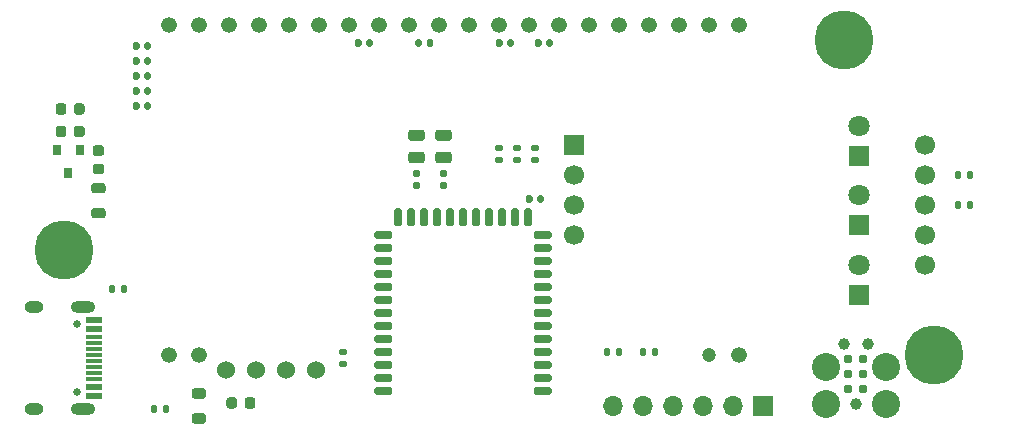
<source format=gts>
G04 #@! TF.GenerationSoftware,KiCad,Pcbnew,(5.1.10)-1*
G04 #@! TF.CreationDate,2021-10-09T13:26:38+02:00*
G04 #@! TF.ProjectId,AirQualitySensor,41697251-7561-46c6-9974-7953656e736f,rev?*
G04 #@! TF.SameCoordinates,Original*
G04 #@! TF.FileFunction,Soldermask,Top*
G04 #@! TF.FilePolarity,Negative*
%FSLAX46Y46*%
G04 Gerber Fmt 4.6, Leading zero omitted, Abs format (unit mm)*
G04 Created by KiCad (PCBNEW (5.1.10)-1) date 2021-10-09 13:26:38*
%MOMM*%
%LPD*%
G01*
G04 APERTURE LIST*
%ADD10C,5.000000*%
%ADD11C,1.800000*%
%ADD12R,1.800000X1.800000*%
%ADD13O,1.700000X1.700000*%
%ADD14R,1.700000X1.700000*%
%ADD15C,0.787000*%
%ADD16C,0.991000*%
%ADD17C,2.374900*%
%ADD18R,0.800000X0.900000*%
%ADD19R,1.450000X0.600000*%
%ADD20R,1.450000X0.300000*%
%ADD21O,2.100000X1.000000*%
%ADD22C,0.650000*%
%ADD23O,1.600000X1.000000*%
%ADD24C,1.524000*%
%ADD25C,1.700000*%
%ADD26C,1.337000*%
%ADD27C,1.200000*%
G04 APERTURE END LIST*
G36*
G01*
X113029750Y-103139500D02*
X113792250Y-103139500D01*
G75*
G02*
X114011000Y-103358250I0J-218750D01*
G01*
X114011000Y-103795750D01*
G75*
G02*
X113792250Y-104014500I-218750J0D01*
G01*
X113029750Y-104014500D01*
G75*
G02*
X112811000Y-103795750I0J218750D01*
G01*
X112811000Y-103358250D01*
G75*
G02*
X113029750Y-103139500I218750J0D01*
G01*
G37*
G36*
G01*
X113029750Y-101014500D02*
X113792250Y-101014500D01*
G75*
G02*
X114011000Y-101233250I0J-218750D01*
G01*
X114011000Y-101670750D01*
G75*
G02*
X113792250Y-101889500I-218750J0D01*
G01*
X113029750Y-101889500D01*
G75*
G02*
X112811000Y-101670750I0J218750D01*
G01*
X112811000Y-101233250D01*
G75*
G02*
X113029750Y-101014500I218750J0D01*
G01*
G37*
G36*
G01*
X121538750Y-120513000D02*
X122301250Y-120513000D01*
G75*
G02*
X122520000Y-120731750I0J-218750D01*
G01*
X122520000Y-121169250D01*
G75*
G02*
X122301250Y-121388000I-218750J0D01*
G01*
X121538750Y-121388000D01*
G75*
G02*
X121320000Y-121169250I0J218750D01*
G01*
X121320000Y-120731750D01*
G75*
G02*
X121538750Y-120513000I218750J0D01*
G01*
G37*
G36*
G01*
X121538750Y-118388000D02*
X122301250Y-118388000D01*
G75*
G02*
X122520000Y-118606750I0J-218750D01*
G01*
X122520000Y-119044250D01*
G75*
G02*
X122301250Y-119263000I-218750J0D01*
G01*
X121538750Y-119263000D01*
G75*
G02*
X121320000Y-119044250I0J218750D01*
G01*
X121320000Y-118606750D01*
G75*
G02*
X121538750Y-118388000I218750J0D01*
G01*
G37*
G36*
G01*
X142436000Y-100949000D02*
X142806000Y-100949000D01*
G75*
G02*
X142941000Y-101084000I0J-135000D01*
G01*
X142941000Y-101354000D01*
G75*
G02*
X142806000Y-101489000I-135000J0D01*
G01*
X142436000Y-101489000D01*
G75*
G02*
X142301000Y-101354000I0J135000D01*
G01*
X142301000Y-101084000D01*
G75*
G02*
X142436000Y-100949000I135000J0D01*
G01*
G37*
G36*
G01*
X142436000Y-99929000D02*
X142806000Y-99929000D01*
G75*
G02*
X142941000Y-100064000I0J-135000D01*
G01*
X142941000Y-100334000D01*
G75*
G02*
X142806000Y-100469000I-135000J0D01*
G01*
X142436000Y-100469000D01*
G75*
G02*
X142301000Y-100334000I0J135000D01*
G01*
X142301000Y-100064000D01*
G75*
G02*
X142436000Y-99929000I135000J0D01*
G01*
G37*
G36*
G01*
X140150000Y-100949000D02*
X140520000Y-100949000D01*
G75*
G02*
X140655000Y-101084000I0J-135000D01*
G01*
X140655000Y-101354000D01*
G75*
G02*
X140520000Y-101489000I-135000J0D01*
G01*
X140150000Y-101489000D01*
G75*
G02*
X140015000Y-101354000I0J135000D01*
G01*
X140015000Y-101084000D01*
G75*
G02*
X140150000Y-100949000I135000J0D01*
G01*
G37*
G36*
G01*
X140150000Y-99929000D02*
X140520000Y-99929000D01*
G75*
G02*
X140655000Y-100064000I0J-135000D01*
G01*
X140655000Y-100334000D01*
G75*
G02*
X140520000Y-100469000I-135000J0D01*
G01*
X140150000Y-100469000D01*
G75*
G02*
X140015000Y-100334000I0J135000D01*
G01*
X140015000Y-100064000D01*
G75*
G02*
X140150000Y-99929000I135000J0D01*
G01*
G37*
G36*
G01*
X142164750Y-98367000D02*
X143077250Y-98367000D01*
G75*
G02*
X143321000Y-98610750I0J-243750D01*
G01*
X143321000Y-99098250D01*
G75*
G02*
X143077250Y-99342000I-243750J0D01*
G01*
X142164750Y-99342000D01*
G75*
G02*
X141921000Y-99098250I0J243750D01*
G01*
X141921000Y-98610750D01*
G75*
G02*
X142164750Y-98367000I243750J0D01*
G01*
G37*
G36*
G01*
X142164750Y-96492000D02*
X143077250Y-96492000D01*
G75*
G02*
X143321000Y-96735750I0J-243750D01*
G01*
X143321000Y-97223250D01*
G75*
G02*
X143077250Y-97467000I-243750J0D01*
G01*
X142164750Y-97467000D01*
G75*
G02*
X141921000Y-97223250I0J243750D01*
G01*
X141921000Y-96735750D01*
G75*
G02*
X142164750Y-96492000I243750J0D01*
G01*
G37*
G36*
G01*
X139878750Y-98367000D02*
X140791250Y-98367000D01*
G75*
G02*
X141035000Y-98610750I0J-243750D01*
G01*
X141035000Y-99098250D01*
G75*
G02*
X140791250Y-99342000I-243750J0D01*
G01*
X139878750Y-99342000D01*
G75*
G02*
X139635000Y-99098250I0J243750D01*
G01*
X139635000Y-98610750D01*
G75*
G02*
X139878750Y-98367000I243750J0D01*
G01*
G37*
G36*
G01*
X139878750Y-96492000D02*
X140791250Y-96492000D01*
G75*
G02*
X141035000Y-96735750I0J-243750D01*
G01*
X141035000Y-97223250D01*
G75*
G02*
X140791250Y-97467000I-243750J0D01*
G01*
X139878750Y-97467000D01*
G75*
G02*
X139635000Y-97223250I0J243750D01*
G01*
X139635000Y-96735750D01*
G75*
G02*
X139878750Y-96492000I243750J0D01*
G01*
G37*
G36*
G01*
X157212000Y-115501000D02*
X157212000Y-115131000D01*
G75*
G02*
X157347000Y-114996000I135000J0D01*
G01*
X157617000Y-114996000D01*
G75*
G02*
X157752000Y-115131000I0J-135000D01*
G01*
X157752000Y-115501000D01*
G75*
G02*
X157617000Y-115636000I-135000J0D01*
G01*
X157347000Y-115636000D01*
G75*
G02*
X157212000Y-115501000I0J135000D01*
G01*
G37*
G36*
G01*
X156192000Y-115501000D02*
X156192000Y-115131000D01*
G75*
G02*
X156327000Y-114996000I135000J0D01*
G01*
X156597000Y-114996000D01*
G75*
G02*
X156732000Y-115131000I0J-135000D01*
G01*
X156732000Y-115501000D01*
G75*
G02*
X156597000Y-115636000I-135000J0D01*
G01*
X156327000Y-115636000D01*
G75*
G02*
X156192000Y-115501000I0J135000D01*
G01*
G37*
G36*
G01*
X160262000Y-115501000D02*
X160262000Y-115131000D01*
G75*
G02*
X160397000Y-114996000I135000J0D01*
G01*
X160667000Y-114996000D01*
G75*
G02*
X160802000Y-115131000I0J-135000D01*
G01*
X160802000Y-115501000D01*
G75*
G02*
X160667000Y-115636000I-135000J0D01*
G01*
X160397000Y-115636000D01*
G75*
G02*
X160262000Y-115501000I0J135000D01*
G01*
G37*
G36*
G01*
X159242000Y-115501000D02*
X159242000Y-115131000D01*
G75*
G02*
X159377000Y-114996000I135000J0D01*
G01*
X159647000Y-114996000D01*
G75*
G02*
X159782000Y-115131000I0J-135000D01*
G01*
X159782000Y-115501000D01*
G75*
G02*
X159647000Y-115636000I-135000J0D01*
G01*
X159377000Y-115636000D01*
G75*
G02*
X159242000Y-115501000I0J135000D01*
G01*
G37*
D10*
X184150000Y-115570000D03*
X176530000Y-88900000D03*
X110490000Y-106680000D03*
G36*
G01*
X147135000Y-98792000D02*
X147505000Y-98792000D01*
G75*
G02*
X147640000Y-98927000I0J-135000D01*
G01*
X147640000Y-99197000D01*
G75*
G02*
X147505000Y-99332000I-135000J0D01*
G01*
X147135000Y-99332000D01*
G75*
G02*
X147000000Y-99197000I0J135000D01*
G01*
X147000000Y-98927000D01*
G75*
G02*
X147135000Y-98792000I135000J0D01*
G01*
G37*
G36*
G01*
X147135000Y-97772000D02*
X147505000Y-97772000D01*
G75*
G02*
X147640000Y-97907000I0J-135000D01*
G01*
X147640000Y-98177000D01*
G75*
G02*
X147505000Y-98312000I-135000J0D01*
G01*
X147135000Y-98312000D01*
G75*
G02*
X147000000Y-98177000I0J135000D01*
G01*
X147000000Y-97907000D01*
G75*
G02*
X147135000Y-97772000I135000J0D01*
G01*
G37*
G36*
G01*
X148659000Y-98792000D02*
X149029000Y-98792000D01*
G75*
G02*
X149164000Y-98927000I0J-135000D01*
G01*
X149164000Y-99197000D01*
G75*
G02*
X149029000Y-99332000I-135000J0D01*
G01*
X148659000Y-99332000D01*
G75*
G02*
X148524000Y-99197000I0J135000D01*
G01*
X148524000Y-98927000D01*
G75*
G02*
X148659000Y-98792000I135000J0D01*
G01*
G37*
G36*
G01*
X148659000Y-97772000D02*
X149029000Y-97772000D01*
G75*
G02*
X149164000Y-97907000I0J-135000D01*
G01*
X149164000Y-98177000D01*
G75*
G02*
X149029000Y-98312000I-135000J0D01*
G01*
X148659000Y-98312000D01*
G75*
G02*
X148524000Y-98177000I0J135000D01*
G01*
X148524000Y-97907000D01*
G75*
G02*
X148659000Y-97772000I135000J0D01*
G01*
G37*
G36*
G01*
X150183000Y-98792000D02*
X150553000Y-98792000D01*
G75*
G02*
X150688000Y-98927000I0J-135000D01*
G01*
X150688000Y-99197000D01*
G75*
G02*
X150553000Y-99332000I-135000J0D01*
G01*
X150183000Y-99332000D01*
G75*
G02*
X150048000Y-99197000I0J135000D01*
G01*
X150048000Y-98927000D01*
G75*
G02*
X150183000Y-98792000I135000J0D01*
G01*
G37*
G36*
G01*
X150183000Y-97772000D02*
X150553000Y-97772000D01*
G75*
G02*
X150688000Y-97907000I0J-135000D01*
G01*
X150688000Y-98177000D01*
G75*
G02*
X150553000Y-98312000I-135000J0D01*
G01*
X150183000Y-98312000D01*
G75*
G02*
X150048000Y-98177000I0J135000D01*
G01*
X150048000Y-97907000D01*
G75*
G02*
X150183000Y-97772000I135000J0D01*
G01*
G37*
D11*
X177800000Y-96150000D03*
D12*
X177800000Y-98690000D03*
D11*
X177800000Y-102050000D03*
D12*
X177800000Y-104590000D03*
D11*
X177800000Y-107950000D03*
D12*
X177800000Y-110490000D03*
G36*
G01*
X150930000Y-88984000D02*
X150930000Y-89324000D01*
G75*
G02*
X150790000Y-89464000I-140000J0D01*
G01*
X150510000Y-89464000D01*
G75*
G02*
X150370000Y-89324000I0J140000D01*
G01*
X150370000Y-88984000D01*
G75*
G02*
X150510000Y-88844000I140000J0D01*
G01*
X150790000Y-88844000D01*
G75*
G02*
X150930000Y-88984000I0J-140000D01*
G01*
G37*
G36*
G01*
X151890000Y-88984000D02*
X151890000Y-89324000D01*
G75*
G02*
X151750000Y-89464000I-140000J0D01*
G01*
X151470000Y-89464000D01*
G75*
G02*
X151330000Y-89324000I0J140000D01*
G01*
X151330000Y-88984000D01*
G75*
G02*
X151470000Y-88844000I140000J0D01*
G01*
X151750000Y-88844000D01*
G75*
G02*
X151890000Y-88984000I0J-140000D01*
G01*
G37*
D13*
X156972000Y-119888000D03*
X159512000Y-119888000D03*
X162052000Y-119888000D03*
X164592000Y-119888000D03*
X167132000Y-119888000D03*
D14*
X169672000Y-119888000D03*
D15*
X178181000Y-118491000D03*
X178181000Y-117221000D03*
X178181000Y-115951000D03*
X176911000Y-115951000D03*
X176911000Y-117221000D03*
X176911000Y-118491000D03*
D16*
X177546000Y-119761000D03*
X176531000Y-114681000D03*
X178561000Y-114681000D03*
D17*
X175006000Y-116586000D03*
X180086000Y-116586000D03*
X180086000Y-119761000D03*
X175006000Y-119761000D03*
G36*
G01*
X116894000Y-89238000D02*
X116894000Y-89578000D01*
G75*
G02*
X116754000Y-89718000I-140000J0D01*
G01*
X116474000Y-89718000D01*
G75*
G02*
X116334000Y-89578000I0J140000D01*
G01*
X116334000Y-89238000D01*
G75*
G02*
X116474000Y-89098000I140000J0D01*
G01*
X116754000Y-89098000D01*
G75*
G02*
X116894000Y-89238000I0J-140000D01*
G01*
G37*
G36*
G01*
X117854000Y-89238000D02*
X117854000Y-89578000D01*
G75*
G02*
X117714000Y-89718000I-140000J0D01*
G01*
X117434000Y-89718000D01*
G75*
G02*
X117294000Y-89578000I0J140000D01*
G01*
X117294000Y-89238000D01*
G75*
G02*
X117434000Y-89098000I140000J0D01*
G01*
X117714000Y-89098000D01*
G75*
G02*
X117854000Y-89238000I0J-140000D01*
G01*
G37*
G36*
G01*
X147628000Y-88984000D02*
X147628000Y-89324000D01*
G75*
G02*
X147488000Y-89464000I-140000J0D01*
G01*
X147208000Y-89464000D01*
G75*
G02*
X147068000Y-89324000I0J140000D01*
G01*
X147068000Y-88984000D01*
G75*
G02*
X147208000Y-88844000I140000J0D01*
G01*
X147488000Y-88844000D01*
G75*
G02*
X147628000Y-88984000I0J-140000D01*
G01*
G37*
G36*
G01*
X148588000Y-88984000D02*
X148588000Y-89324000D01*
G75*
G02*
X148448000Y-89464000I-140000J0D01*
G01*
X148168000Y-89464000D01*
G75*
G02*
X148028000Y-89324000I0J140000D01*
G01*
X148028000Y-88984000D01*
G75*
G02*
X148168000Y-88844000I140000J0D01*
G01*
X148448000Y-88844000D01*
G75*
G02*
X148588000Y-88984000I0J-140000D01*
G01*
G37*
G36*
G01*
X116894000Y-90508000D02*
X116894000Y-90848000D01*
G75*
G02*
X116754000Y-90988000I-140000J0D01*
G01*
X116474000Y-90988000D01*
G75*
G02*
X116334000Y-90848000I0J140000D01*
G01*
X116334000Y-90508000D01*
G75*
G02*
X116474000Y-90368000I140000J0D01*
G01*
X116754000Y-90368000D01*
G75*
G02*
X116894000Y-90508000I0J-140000D01*
G01*
G37*
G36*
G01*
X117854000Y-90508000D02*
X117854000Y-90848000D01*
G75*
G02*
X117714000Y-90988000I-140000J0D01*
G01*
X117434000Y-90988000D01*
G75*
G02*
X117294000Y-90848000I0J140000D01*
G01*
X117294000Y-90508000D01*
G75*
G02*
X117434000Y-90368000I140000J0D01*
G01*
X117714000Y-90368000D01*
G75*
G02*
X117854000Y-90508000I0J-140000D01*
G01*
G37*
G36*
G01*
X116894000Y-91778000D02*
X116894000Y-92118000D01*
G75*
G02*
X116754000Y-92258000I-140000J0D01*
G01*
X116474000Y-92258000D01*
G75*
G02*
X116334000Y-92118000I0J140000D01*
G01*
X116334000Y-91778000D01*
G75*
G02*
X116474000Y-91638000I140000J0D01*
G01*
X116754000Y-91638000D01*
G75*
G02*
X116894000Y-91778000I0J-140000D01*
G01*
G37*
G36*
G01*
X117854000Y-91778000D02*
X117854000Y-92118000D01*
G75*
G02*
X117714000Y-92258000I-140000J0D01*
G01*
X117434000Y-92258000D01*
G75*
G02*
X117294000Y-92118000I0J140000D01*
G01*
X117294000Y-91778000D01*
G75*
G02*
X117434000Y-91638000I140000J0D01*
G01*
X117714000Y-91638000D01*
G75*
G02*
X117854000Y-91778000I0J-140000D01*
G01*
G37*
G36*
G01*
X140798000Y-88984000D02*
X140798000Y-89324000D01*
G75*
G02*
X140658000Y-89464000I-140000J0D01*
G01*
X140378000Y-89464000D01*
G75*
G02*
X140238000Y-89324000I0J140000D01*
G01*
X140238000Y-88984000D01*
G75*
G02*
X140378000Y-88844000I140000J0D01*
G01*
X140658000Y-88844000D01*
G75*
G02*
X140798000Y-88984000I0J-140000D01*
G01*
G37*
G36*
G01*
X141758000Y-88984000D02*
X141758000Y-89324000D01*
G75*
G02*
X141618000Y-89464000I-140000J0D01*
G01*
X141338000Y-89464000D01*
G75*
G02*
X141198000Y-89324000I0J140000D01*
G01*
X141198000Y-88984000D01*
G75*
G02*
X141338000Y-88844000I140000J0D01*
G01*
X141618000Y-88844000D01*
G75*
G02*
X141758000Y-88984000I0J-140000D01*
G01*
G37*
G36*
G01*
X116894000Y-93048000D02*
X116894000Y-93388000D01*
G75*
G02*
X116754000Y-93528000I-140000J0D01*
G01*
X116474000Y-93528000D01*
G75*
G02*
X116334000Y-93388000I0J140000D01*
G01*
X116334000Y-93048000D01*
G75*
G02*
X116474000Y-92908000I140000J0D01*
G01*
X116754000Y-92908000D01*
G75*
G02*
X116894000Y-93048000I0J-140000D01*
G01*
G37*
G36*
G01*
X117854000Y-93048000D02*
X117854000Y-93388000D01*
G75*
G02*
X117714000Y-93528000I-140000J0D01*
G01*
X117434000Y-93528000D01*
G75*
G02*
X117294000Y-93388000I0J140000D01*
G01*
X117294000Y-93048000D01*
G75*
G02*
X117434000Y-92908000I140000J0D01*
G01*
X117714000Y-92908000D01*
G75*
G02*
X117854000Y-93048000I0J-140000D01*
G01*
G37*
G36*
G01*
X136650000Y-88984000D02*
X136650000Y-89324000D01*
G75*
G02*
X136510000Y-89464000I-140000J0D01*
G01*
X136230000Y-89464000D01*
G75*
G02*
X136090000Y-89324000I0J140000D01*
G01*
X136090000Y-88984000D01*
G75*
G02*
X136230000Y-88844000I140000J0D01*
G01*
X136510000Y-88844000D01*
G75*
G02*
X136650000Y-88984000I0J-140000D01*
G01*
G37*
G36*
G01*
X135690000Y-88984000D02*
X135690000Y-89324000D01*
G75*
G02*
X135550000Y-89464000I-140000J0D01*
G01*
X135270000Y-89464000D01*
G75*
G02*
X135130000Y-89324000I0J140000D01*
G01*
X135130000Y-88984000D01*
G75*
G02*
X135270000Y-88844000I140000J0D01*
G01*
X135550000Y-88844000D01*
G75*
G02*
X135690000Y-88984000I0J-140000D01*
G01*
G37*
G36*
G01*
X116894000Y-94318000D02*
X116894000Y-94658000D01*
G75*
G02*
X116754000Y-94798000I-140000J0D01*
G01*
X116474000Y-94798000D01*
G75*
G02*
X116334000Y-94658000I0J140000D01*
G01*
X116334000Y-94318000D01*
G75*
G02*
X116474000Y-94178000I140000J0D01*
G01*
X116754000Y-94178000D01*
G75*
G02*
X116894000Y-94318000I0J-140000D01*
G01*
G37*
G36*
G01*
X117854000Y-94318000D02*
X117854000Y-94658000D01*
G75*
G02*
X117714000Y-94798000I-140000J0D01*
G01*
X117434000Y-94798000D01*
G75*
G02*
X117294000Y-94658000I0J140000D01*
G01*
X117294000Y-94318000D01*
G75*
G02*
X117434000Y-94178000I140000J0D01*
G01*
X117714000Y-94178000D01*
G75*
G02*
X117854000Y-94318000I0J-140000D01*
G01*
G37*
G36*
G01*
X134297000Y-115584000D02*
X133927000Y-115584000D01*
G75*
G02*
X133792000Y-115449000I0J135000D01*
G01*
X133792000Y-115179000D01*
G75*
G02*
X133927000Y-115044000I135000J0D01*
G01*
X134297000Y-115044000D01*
G75*
G02*
X134432000Y-115179000I0J-135000D01*
G01*
X134432000Y-115449000D01*
G75*
G02*
X134297000Y-115584000I-135000J0D01*
G01*
G37*
G36*
G01*
X134297000Y-116604000D02*
X133927000Y-116604000D01*
G75*
G02*
X133792000Y-116469000I0J135000D01*
G01*
X133792000Y-116199000D01*
G75*
G02*
X133927000Y-116064000I135000J0D01*
G01*
X134297000Y-116064000D01*
G75*
G02*
X134432000Y-116199000I0J-135000D01*
G01*
X134432000Y-116469000D01*
G75*
G02*
X134297000Y-116604000I-135000J0D01*
G01*
G37*
G36*
G01*
X186450000Y-100145000D02*
X186450000Y-100515000D01*
G75*
G02*
X186315000Y-100650000I-135000J0D01*
G01*
X186045000Y-100650000D01*
G75*
G02*
X185910000Y-100515000I0J135000D01*
G01*
X185910000Y-100145000D01*
G75*
G02*
X186045000Y-100010000I135000J0D01*
G01*
X186315000Y-100010000D01*
G75*
G02*
X186450000Y-100145000I0J-135000D01*
G01*
G37*
G36*
G01*
X187470000Y-100145000D02*
X187470000Y-100515000D01*
G75*
G02*
X187335000Y-100650000I-135000J0D01*
G01*
X187065000Y-100650000D01*
G75*
G02*
X186930000Y-100515000I0J135000D01*
G01*
X186930000Y-100145000D01*
G75*
G02*
X187065000Y-100010000I135000J0D01*
G01*
X187335000Y-100010000D01*
G75*
G02*
X187470000Y-100145000I0J-135000D01*
G01*
G37*
G36*
G01*
X186450000Y-102685000D02*
X186450000Y-103055000D01*
G75*
G02*
X186315000Y-103190000I-135000J0D01*
G01*
X186045000Y-103190000D01*
G75*
G02*
X185910000Y-103055000I0J135000D01*
G01*
X185910000Y-102685000D01*
G75*
G02*
X186045000Y-102550000I135000J0D01*
G01*
X186315000Y-102550000D01*
G75*
G02*
X186450000Y-102685000I0J-135000D01*
G01*
G37*
G36*
G01*
X187470000Y-102685000D02*
X187470000Y-103055000D01*
G75*
G02*
X187335000Y-103190000I-135000J0D01*
G01*
X187065000Y-103190000D01*
G75*
G02*
X186930000Y-103055000I0J135000D01*
G01*
X186930000Y-102685000D01*
G75*
G02*
X187065000Y-102550000I135000J0D01*
G01*
X187335000Y-102550000D01*
G75*
G02*
X187470000Y-102685000I0J-135000D01*
G01*
G37*
G36*
G01*
X150168000Y-102192000D02*
X150168000Y-102532000D01*
G75*
G02*
X150028000Y-102672000I-140000J0D01*
G01*
X149748000Y-102672000D01*
G75*
G02*
X149608000Y-102532000I0J140000D01*
G01*
X149608000Y-102192000D01*
G75*
G02*
X149748000Y-102052000I140000J0D01*
G01*
X150028000Y-102052000D01*
G75*
G02*
X150168000Y-102192000I0J-140000D01*
G01*
G37*
G36*
G01*
X151128000Y-102192000D02*
X151128000Y-102532000D01*
G75*
G02*
X150988000Y-102672000I-140000J0D01*
G01*
X150708000Y-102672000D01*
G75*
G02*
X150568000Y-102532000I0J140000D01*
G01*
X150568000Y-102192000D01*
G75*
G02*
X150708000Y-102052000I140000J0D01*
G01*
X150988000Y-102052000D01*
G75*
G02*
X151128000Y-102192000I0J-140000D01*
G01*
G37*
D18*
X110871000Y-100187000D03*
X109921000Y-98187000D03*
X111821000Y-98187000D03*
G36*
G01*
X118858000Y-120327000D02*
X118858000Y-119957000D01*
G75*
G02*
X118993000Y-119822000I135000J0D01*
G01*
X119263000Y-119822000D01*
G75*
G02*
X119398000Y-119957000I0J-135000D01*
G01*
X119398000Y-120327000D01*
G75*
G02*
X119263000Y-120462000I-135000J0D01*
G01*
X118993000Y-120462000D01*
G75*
G02*
X118858000Y-120327000I0J135000D01*
G01*
G37*
G36*
G01*
X117838000Y-120327000D02*
X117838000Y-119957000D01*
G75*
G02*
X117973000Y-119822000I135000J0D01*
G01*
X118243000Y-119822000D01*
G75*
G02*
X118378000Y-119957000I0J-135000D01*
G01*
X118378000Y-120327000D01*
G75*
G02*
X118243000Y-120462000I-135000J0D01*
G01*
X117973000Y-120462000D01*
G75*
G02*
X117838000Y-120327000I0J135000D01*
G01*
G37*
G36*
G01*
X115302000Y-110167000D02*
X115302000Y-109797000D01*
G75*
G02*
X115437000Y-109662000I135000J0D01*
G01*
X115707000Y-109662000D01*
G75*
G02*
X115842000Y-109797000I0J-135000D01*
G01*
X115842000Y-110167000D01*
G75*
G02*
X115707000Y-110302000I-135000J0D01*
G01*
X115437000Y-110302000D01*
G75*
G02*
X115302000Y-110167000I0J135000D01*
G01*
G37*
G36*
G01*
X114282000Y-110167000D02*
X114282000Y-109797000D01*
G75*
G02*
X114417000Y-109662000I135000J0D01*
G01*
X114687000Y-109662000D01*
G75*
G02*
X114822000Y-109797000I0J-135000D01*
G01*
X114822000Y-110167000D01*
G75*
G02*
X114687000Y-110302000I-135000J0D01*
G01*
X114417000Y-110302000D01*
G75*
G02*
X114282000Y-110167000I0J135000D01*
G01*
G37*
D19*
X113011000Y-119074000D03*
X113011000Y-118274000D03*
X113011000Y-113374000D03*
X113011000Y-112574000D03*
X113011000Y-112574000D03*
X113011000Y-113374000D03*
X113011000Y-118274000D03*
X113011000Y-119074000D03*
D20*
X113011000Y-114074000D03*
X113011000Y-114574000D03*
X113011000Y-115074000D03*
X113011000Y-116074000D03*
X113011000Y-116574000D03*
X113011000Y-117074000D03*
X113011000Y-117574000D03*
X113011000Y-115574000D03*
D21*
X112096000Y-120144000D03*
X112096000Y-111504000D03*
D22*
X111566000Y-112934000D03*
D23*
X107916000Y-111504000D03*
D22*
X111566000Y-118714000D03*
D23*
X107916000Y-120144000D03*
G36*
G01*
X110686000Y-94492000D02*
X110686000Y-94992000D01*
G75*
G02*
X110461000Y-95217000I-225000J0D01*
G01*
X110011000Y-95217000D01*
G75*
G02*
X109786000Y-94992000I0J225000D01*
G01*
X109786000Y-94492000D01*
G75*
G02*
X110011000Y-94267000I225000J0D01*
G01*
X110461000Y-94267000D01*
G75*
G02*
X110686000Y-94492000I0J-225000D01*
G01*
G37*
G36*
G01*
X112236000Y-94492000D02*
X112236000Y-94992000D01*
G75*
G02*
X112011000Y-95217000I-225000J0D01*
G01*
X111561000Y-95217000D01*
G75*
G02*
X111336000Y-94992000I0J225000D01*
G01*
X111336000Y-94492000D01*
G75*
G02*
X111561000Y-94267000I225000J0D01*
G01*
X112011000Y-94267000D01*
G75*
G02*
X112236000Y-94492000I0J-225000D01*
G01*
G37*
G36*
G01*
X125788000Y-119884000D02*
X125788000Y-119384000D01*
G75*
G02*
X126013000Y-119159000I225000J0D01*
G01*
X126463000Y-119159000D01*
G75*
G02*
X126688000Y-119384000I0J-225000D01*
G01*
X126688000Y-119884000D01*
G75*
G02*
X126463000Y-120109000I-225000J0D01*
G01*
X126013000Y-120109000D01*
G75*
G02*
X125788000Y-119884000I0J225000D01*
G01*
G37*
G36*
G01*
X124238000Y-119884000D02*
X124238000Y-119384000D01*
G75*
G02*
X124463000Y-119159000I225000J0D01*
G01*
X124913000Y-119159000D01*
G75*
G02*
X125138000Y-119384000I0J-225000D01*
G01*
X125138000Y-119884000D01*
G75*
G02*
X124913000Y-120109000I-225000J0D01*
G01*
X124463000Y-120109000D01*
G75*
G02*
X124238000Y-119884000I0J225000D01*
G01*
G37*
G36*
G01*
X110686000Y-96397000D02*
X110686000Y-96897000D01*
G75*
G02*
X110461000Y-97122000I-225000J0D01*
G01*
X110011000Y-97122000D01*
G75*
G02*
X109786000Y-96897000I0J225000D01*
G01*
X109786000Y-96397000D01*
G75*
G02*
X110011000Y-96172000I225000J0D01*
G01*
X110461000Y-96172000D01*
G75*
G02*
X110686000Y-96397000I0J-225000D01*
G01*
G37*
G36*
G01*
X112236000Y-96397000D02*
X112236000Y-96897000D01*
G75*
G02*
X112011000Y-97122000I-225000J0D01*
G01*
X111561000Y-97122000D01*
G75*
G02*
X111336000Y-96897000I0J225000D01*
G01*
X111336000Y-96397000D01*
G75*
G02*
X111561000Y-96172000I225000J0D01*
G01*
X112011000Y-96172000D01*
G75*
G02*
X112236000Y-96397000I0J-225000D01*
G01*
G37*
G36*
G01*
X113161000Y-99372000D02*
X113661000Y-99372000D01*
G75*
G02*
X113886000Y-99597000I0J-225000D01*
G01*
X113886000Y-100047000D01*
G75*
G02*
X113661000Y-100272000I-225000J0D01*
G01*
X113161000Y-100272000D01*
G75*
G02*
X112936000Y-100047000I0J225000D01*
G01*
X112936000Y-99597000D01*
G75*
G02*
X113161000Y-99372000I225000J0D01*
G01*
G37*
G36*
G01*
X113161000Y-97822000D02*
X113661000Y-97822000D01*
G75*
G02*
X113886000Y-98047000I0J-225000D01*
G01*
X113886000Y-98497000D01*
G75*
G02*
X113661000Y-98722000I-225000J0D01*
G01*
X113161000Y-98722000D01*
G75*
G02*
X112936000Y-98497000I0J225000D01*
G01*
X112936000Y-98047000D01*
G75*
G02*
X113161000Y-97822000I225000J0D01*
G01*
G37*
D24*
X131826000Y-116840000D03*
X129286000Y-116840000D03*
X126746000Y-116840000D03*
X124206000Y-116840000D03*
D25*
X183370000Y-97790000D03*
X183370000Y-100330000D03*
X183370000Y-102870000D03*
X183370000Y-105410000D03*
X153670000Y-105410000D03*
D14*
X153670000Y-97790000D03*
D25*
X153670000Y-100330000D03*
X153670000Y-102870000D03*
X183370000Y-107950000D03*
D26*
X167640000Y-115570000D03*
D27*
X165100000Y-115570000D03*
D26*
X121920000Y-115570000D03*
X119380000Y-115570000D03*
X119380000Y-87630000D03*
X121920000Y-87630000D03*
X124460000Y-87630000D03*
X127000000Y-87630000D03*
X129540000Y-87630000D03*
X132080000Y-87630000D03*
X134620000Y-87630000D03*
X137160000Y-87630000D03*
X139700000Y-87630000D03*
X142240000Y-87630000D03*
X144780000Y-87630000D03*
X147320000Y-87630000D03*
X149860000Y-87630000D03*
X152400000Y-87630000D03*
X154940000Y-87630000D03*
X157480000Y-87630000D03*
X160020000Y-87630000D03*
X162560000Y-87630000D03*
X165100000Y-87630000D03*
X167640000Y-87630000D03*
G36*
G01*
X138604500Y-103149000D02*
X138939500Y-103149000D01*
G75*
G02*
X139107000Y-103316500I0J-167500D01*
G01*
X139107000Y-104511500D01*
G75*
G02*
X138939500Y-104679000I-167500J0D01*
G01*
X138604500Y-104679000D01*
G75*
G02*
X138437000Y-104511500I0J167500D01*
G01*
X138437000Y-103316500D01*
G75*
G02*
X138604500Y-103149000I167500J0D01*
G01*
G37*
G36*
G01*
X139704500Y-103149000D02*
X140039500Y-103149000D01*
G75*
G02*
X140207000Y-103316500I0J-167500D01*
G01*
X140207000Y-104511500D01*
G75*
G02*
X140039500Y-104679000I-167500J0D01*
G01*
X139704500Y-104679000D01*
G75*
G02*
X139537000Y-104511500I0J167500D01*
G01*
X139537000Y-103316500D01*
G75*
G02*
X139704500Y-103149000I167500J0D01*
G01*
G37*
G36*
G01*
X140804500Y-103149000D02*
X141139500Y-103149000D01*
G75*
G02*
X141307000Y-103316500I0J-167500D01*
G01*
X141307000Y-104511500D01*
G75*
G02*
X141139500Y-104679000I-167500J0D01*
G01*
X140804500Y-104679000D01*
G75*
G02*
X140637000Y-104511500I0J167500D01*
G01*
X140637000Y-103316500D01*
G75*
G02*
X140804500Y-103149000I167500J0D01*
G01*
G37*
G36*
G01*
X141904500Y-103149000D02*
X142239500Y-103149000D01*
G75*
G02*
X142407000Y-103316500I0J-167500D01*
G01*
X142407000Y-104511500D01*
G75*
G02*
X142239500Y-104679000I-167500J0D01*
G01*
X141904500Y-104679000D01*
G75*
G02*
X141737000Y-104511500I0J167500D01*
G01*
X141737000Y-103316500D01*
G75*
G02*
X141904500Y-103149000I167500J0D01*
G01*
G37*
G36*
G01*
X143004500Y-103149000D02*
X143339500Y-103149000D01*
G75*
G02*
X143507000Y-103316500I0J-167500D01*
G01*
X143507000Y-104511500D01*
G75*
G02*
X143339500Y-104679000I-167500J0D01*
G01*
X143004500Y-104679000D01*
G75*
G02*
X142837000Y-104511500I0J167500D01*
G01*
X142837000Y-103316500D01*
G75*
G02*
X143004500Y-103149000I167500J0D01*
G01*
G37*
G36*
G01*
X149604500Y-103149000D02*
X149939500Y-103149000D01*
G75*
G02*
X150107000Y-103316500I0J-167500D01*
G01*
X150107000Y-104511500D01*
G75*
G02*
X149939500Y-104679000I-167500J0D01*
G01*
X149604500Y-104679000D01*
G75*
G02*
X149437000Y-104511500I0J167500D01*
G01*
X149437000Y-103316500D01*
G75*
G02*
X149604500Y-103149000I167500J0D01*
G01*
G37*
G36*
G01*
X148504500Y-103149000D02*
X148839500Y-103149000D01*
G75*
G02*
X149007000Y-103316500I0J-167500D01*
G01*
X149007000Y-104511500D01*
G75*
G02*
X148839500Y-104679000I-167500J0D01*
G01*
X148504500Y-104679000D01*
G75*
G02*
X148337000Y-104511500I0J167500D01*
G01*
X148337000Y-103316500D01*
G75*
G02*
X148504500Y-103149000I167500J0D01*
G01*
G37*
G36*
G01*
X147404500Y-103149000D02*
X147739500Y-103149000D01*
G75*
G02*
X147907000Y-103316500I0J-167500D01*
G01*
X147907000Y-104511500D01*
G75*
G02*
X147739500Y-104679000I-167500J0D01*
G01*
X147404500Y-104679000D01*
G75*
G02*
X147237000Y-104511500I0J167500D01*
G01*
X147237000Y-103316500D01*
G75*
G02*
X147404500Y-103149000I167500J0D01*
G01*
G37*
G36*
G01*
X146304500Y-103149000D02*
X146639500Y-103149000D01*
G75*
G02*
X146807000Y-103316500I0J-167500D01*
G01*
X146807000Y-104511500D01*
G75*
G02*
X146639500Y-104679000I-167500J0D01*
G01*
X146304500Y-104679000D01*
G75*
G02*
X146137000Y-104511500I0J167500D01*
G01*
X146137000Y-103316500D01*
G75*
G02*
X146304500Y-103149000I167500J0D01*
G01*
G37*
G36*
G01*
X145204500Y-103149000D02*
X145539500Y-103149000D01*
G75*
G02*
X145707000Y-103316500I0J-167500D01*
G01*
X145707000Y-104511500D01*
G75*
G02*
X145539500Y-104679000I-167500J0D01*
G01*
X145204500Y-104679000D01*
G75*
G02*
X145037000Y-104511500I0J167500D01*
G01*
X145037000Y-103316500D01*
G75*
G02*
X145204500Y-103149000I167500J0D01*
G01*
G37*
G36*
G01*
X138287000Y-105246500D02*
X138287000Y-105581500D01*
G75*
G02*
X138119500Y-105749000I-167500J0D01*
G01*
X136924500Y-105749000D01*
G75*
G02*
X136757000Y-105581500I0J167500D01*
G01*
X136757000Y-105246500D01*
G75*
G02*
X136924500Y-105079000I167500J0D01*
G01*
X138119500Y-105079000D01*
G75*
G02*
X138287000Y-105246500I0J-167500D01*
G01*
G37*
G36*
G01*
X144104500Y-103149000D02*
X144439500Y-103149000D01*
G75*
G02*
X144607000Y-103316500I0J-167500D01*
G01*
X144607000Y-104511500D01*
G75*
G02*
X144439500Y-104679000I-167500J0D01*
G01*
X144104500Y-104679000D01*
G75*
G02*
X143937000Y-104511500I0J167500D01*
G01*
X143937000Y-103316500D01*
G75*
G02*
X144104500Y-103149000I167500J0D01*
G01*
G37*
G36*
G01*
X138287000Y-106346500D02*
X138287000Y-106681500D01*
G75*
G02*
X138119500Y-106849000I-167500J0D01*
G01*
X136924500Y-106849000D01*
G75*
G02*
X136757000Y-106681500I0J167500D01*
G01*
X136757000Y-106346500D01*
G75*
G02*
X136924500Y-106179000I167500J0D01*
G01*
X138119500Y-106179000D01*
G75*
G02*
X138287000Y-106346500I0J-167500D01*
G01*
G37*
G36*
G01*
X138287000Y-107446500D02*
X138287000Y-107781500D01*
G75*
G02*
X138119500Y-107949000I-167500J0D01*
G01*
X136924500Y-107949000D01*
G75*
G02*
X136757000Y-107781500I0J167500D01*
G01*
X136757000Y-107446500D01*
G75*
G02*
X136924500Y-107279000I167500J0D01*
G01*
X138119500Y-107279000D01*
G75*
G02*
X138287000Y-107446500I0J-167500D01*
G01*
G37*
G36*
G01*
X138287000Y-108546500D02*
X138287000Y-108881500D01*
G75*
G02*
X138119500Y-109049000I-167500J0D01*
G01*
X136924500Y-109049000D01*
G75*
G02*
X136757000Y-108881500I0J167500D01*
G01*
X136757000Y-108546500D01*
G75*
G02*
X136924500Y-108379000I167500J0D01*
G01*
X138119500Y-108379000D01*
G75*
G02*
X138287000Y-108546500I0J-167500D01*
G01*
G37*
G36*
G01*
X138287000Y-109646500D02*
X138287000Y-109981500D01*
G75*
G02*
X138119500Y-110149000I-167500J0D01*
G01*
X136924500Y-110149000D01*
G75*
G02*
X136757000Y-109981500I0J167500D01*
G01*
X136757000Y-109646500D01*
G75*
G02*
X136924500Y-109479000I167500J0D01*
G01*
X138119500Y-109479000D01*
G75*
G02*
X138287000Y-109646500I0J-167500D01*
G01*
G37*
G36*
G01*
X138287000Y-110746500D02*
X138287000Y-111081500D01*
G75*
G02*
X138119500Y-111249000I-167500J0D01*
G01*
X136924500Y-111249000D01*
G75*
G02*
X136757000Y-111081500I0J167500D01*
G01*
X136757000Y-110746500D01*
G75*
G02*
X136924500Y-110579000I167500J0D01*
G01*
X138119500Y-110579000D01*
G75*
G02*
X138287000Y-110746500I0J-167500D01*
G01*
G37*
G36*
G01*
X138287000Y-118446500D02*
X138287000Y-118781500D01*
G75*
G02*
X138119500Y-118949000I-167500J0D01*
G01*
X136924500Y-118949000D01*
G75*
G02*
X136757000Y-118781500I0J167500D01*
G01*
X136757000Y-118446500D01*
G75*
G02*
X136924500Y-118279000I167500J0D01*
G01*
X138119500Y-118279000D01*
G75*
G02*
X138287000Y-118446500I0J-167500D01*
G01*
G37*
G36*
G01*
X138287000Y-117346500D02*
X138287000Y-117681500D01*
G75*
G02*
X138119500Y-117849000I-167500J0D01*
G01*
X136924500Y-117849000D01*
G75*
G02*
X136757000Y-117681500I0J167500D01*
G01*
X136757000Y-117346500D01*
G75*
G02*
X136924500Y-117179000I167500J0D01*
G01*
X138119500Y-117179000D01*
G75*
G02*
X138287000Y-117346500I0J-167500D01*
G01*
G37*
G36*
G01*
X138287000Y-116246500D02*
X138287000Y-116581500D01*
G75*
G02*
X138119500Y-116749000I-167500J0D01*
G01*
X136924500Y-116749000D01*
G75*
G02*
X136757000Y-116581500I0J167500D01*
G01*
X136757000Y-116246500D01*
G75*
G02*
X136924500Y-116079000I167500J0D01*
G01*
X138119500Y-116079000D01*
G75*
G02*
X138287000Y-116246500I0J-167500D01*
G01*
G37*
G36*
G01*
X138287000Y-115146500D02*
X138287000Y-115481500D01*
G75*
G02*
X138119500Y-115649000I-167500J0D01*
G01*
X136924500Y-115649000D01*
G75*
G02*
X136757000Y-115481500I0J167500D01*
G01*
X136757000Y-115146500D01*
G75*
G02*
X136924500Y-114979000I167500J0D01*
G01*
X138119500Y-114979000D01*
G75*
G02*
X138287000Y-115146500I0J-167500D01*
G01*
G37*
G36*
G01*
X138287000Y-114046500D02*
X138287000Y-114381500D01*
G75*
G02*
X138119500Y-114549000I-167500J0D01*
G01*
X136924500Y-114549000D01*
G75*
G02*
X136757000Y-114381500I0J167500D01*
G01*
X136757000Y-114046500D01*
G75*
G02*
X136924500Y-113879000I167500J0D01*
G01*
X138119500Y-113879000D01*
G75*
G02*
X138287000Y-114046500I0J-167500D01*
G01*
G37*
G36*
G01*
X138287000Y-112946500D02*
X138287000Y-113281500D01*
G75*
G02*
X138119500Y-113449000I-167500J0D01*
G01*
X136924500Y-113449000D01*
G75*
G02*
X136757000Y-113281500I0J167500D01*
G01*
X136757000Y-112946500D01*
G75*
G02*
X136924500Y-112779000I167500J0D01*
G01*
X138119500Y-112779000D01*
G75*
G02*
X138287000Y-112946500I0J-167500D01*
G01*
G37*
G36*
G01*
X151787000Y-118446500D02*
X151787000Y-118781500D01*
G75*
G02*
X151619500Y-118949000I-167500J0D01*
G01*
X150424500Y-118949000D01*
G75*
G02*
X150257000Y-118781500I0J167500D01*
G01*
X150257000Y-118446500D01*
G75*
G02*
X150424500Y-118279000I167500J0D01*
G01*
X151619500Y-118279000D01*
G75*
G02*
X151787000Y-118446500I0J-167500D01*
G01*
G37*
G36*
G01*
X151787000Y-117346500D02*
X151787000Y-117681500D01*
G75*
G02*
X151619500Y-117849000I-167500J0D01*
G01*
X150424500Y-117849000D01*
G75*
G02*
X150257000Y-117681500I0J167500D01*
G01*
X150257000Y-117346500D01*
G75*
G02*
X150424500Y-117179000I167500J0D01*
G01*
X151619500Y-117179000D01*
G75*
G02*
X151787000Y-117346500I0J-167500D01*
G01*
G37*
G36*
G01*
X151787000Y-116246500D02*
X151787000Y-116581500D01*
G75*
G02*
X151619500Y-116749000I-167500J0D01*
G01*
X150424500Y-116749000D01*
G75*
G02*
X150257000Y-116581500I0J167500D01*
G01*
X150257000Y-116246500D01*
G75*
G02*
X150424500Y-116079000I167500J0D01*
G01*
X151619500Y-116079000D01*
G75*
G02*
X151787000Y-116246500I0J-167500D01*
G01*
G37*
G36*
G01*
X151787000Y-115146500D02*
X151787000Y-115481500D01*
G75*
G02*
X151619500Y-115649000I-167500J0D01*
G01*
X150424500Y-115649000D01*
G75*
G02*
X150257000Y-115481500I0J167500D01*
G01*
X150257000Y-115146500D01*
G75*
G02*
X150424500Y-114979000I167500J0D01*
G01*
X151619500Y-114979000D01*
G75*
G02*
X151787000Y-115146500I0J-167500D01*
G01*
G37*
G36*
G01*
X151787000Y-114046500D02*
X151787000Y-114381500D01*
G75*
G02*
X151619500Y-114549000I-167500J0D01*
G01*
X150424500Y-114549000D01*
G75*
G02*
X150257000Y-114381500I0J167500D01*
G01*
X150257000Y-114046500D01*
G75*
G02*
X150424500Y-113879000I167500J0D01*
G01*
X151619500Y-113879000D01*
G75*
G02*
X151787000Y-114046500I0J-167500D01*
G01*
G37*
G36*
G01*
X151787000Y-112946500D02*
X151787000Y-113281500D01*
G75*
G02*
X151619500Y-113449000I-167500J0D01*
G01*
X150424500Y-113449000D01*
G75*
G02*
X150257000Y-113281500I0J167500D01*
G01*
X150257000Y-112946500D01*
G75*
G02*
X150424500Y-112779000I167500J0D01*
G01*
X151619500Y-112779000D01*
G75*
G02*
X151787000Y-112946500I0J-167500D01*
G01*
G37*
G36*
G01*
X151787000Y-105246500D02*
X151787000Y-105581500D01*
G75*
G02*
X151619500Y-105749000I-167500J0D01*
G01*
X150424500Y-105749000D01*
G75*
G02*
X150257000Y-105581500I0J167500D01*
G01*
X150257000Y-105246500D01*
G75*
G02*
X150424500Y-105079000I167500J0D01*
G01*
X151619500Y-105079000D01*
G75*
G02*
X151787000Y-105246500I0J-167500D01*
G01*
G37*
G36*
G01*
X151787000Y-106346500D02*
X151787000Y-106681500D01*
G75*
G02*
X151619500Y-106849000I-167500J0D01*
G01*
X150424500Y-106849000D01*
G75*
G02*
X150257000Y-106681500I0J167500D01*
G01*
X150257000Y-106346500D01*
G75*
G02*
X150424500Y-106179000I167500J0D01*
G01*
X151619500Y-106179000D01*
G75*
G02*
X151787000Y-106346500I0J-167500D01*
G01*
G37*
G36*
G01*
X151787000Y-107446500D02*
X151787000Y-107781500D01*
G75*
G02*
X151619500Y-107949000I-167500J0D01*
G01*
X150424500Y-107949000D01*
G75*
G02*
X150257000Y-107781500I0J167500D01*
G01*
X150257000Y-107446500D01*
G75*
G02*
X150424500Y-107279000I167500J0D01*
G01*
X151619500Y-107279000D01*
G75*
G02*
X151787000Y-107446500I0J-167500D01*
G01*
G37*
G36*
G01*
X151787000Y-108546500D02*
X151787000Y-108881500D01*
G75*
G02*
X151619500Y-109049000I-167500J0D01*
G01*
X150424500Y-109049000D01*
G75*
G02*
X150257000Y-108881500I0J167500D01*
G01*
X150257000Y-108546500D01*
G75*
G02*
X150424500Y-108379000I167500J0D01*
G01*
X151619500Y-108379000D01*
G75*
G02*
X151787000Y-108546500I0J-167500D01*
G01*
G37*
G36*
G01*
X151787000Y-109646500D02*
X151787000Y-109981500D01*
G75*
G02*
X151619500Y-110149000I-167500J0D01*
G01*
X150424500Y-110149000D01*
G75*
G02*
X150257000Y-109981500I0J167500D01*
G01*
X150257000Y-109646500D01*
G75*
G02*
X150424500Y-109479000I167500J0D01*
G01*
X151619500Y-109479000D01*
G75*
G02*
X151787000Y-109646500I0J-167500D01*
G01*
G37*
G36*
G01*
X151787000Y-110746500D02*
X151787000Y-111081500D01*
G75*
G02*
X151619500Y-111249000I-167500J0D01*
G01*
X150424500Y-111249000D01*
G75*
G02*
X150257000Y-111081500I0J167500D01*
G01*
X150257000Y-110746500D01*
G75*
G02*
X150424500Y-110579000I167500J0D01*
G01*
X151619500Y-110579000D01*
G75*
G02*
X151787000Y-110746500I0J-167500D01*
G01*
G37*
G36*
G01*
X138287000Y-111846500D02*
X138287000Y-112181500D01*
G75*
G02*
X138119500Y-112349000I-167500J0D01*
G01*
X136924500Y-112349000D01*
G75*
G02*
X136757000Y-112181500I0J167500D01*
G01*
X136757000Y-111846500D01*
G75*
G02*
X136924500Y-111679000I167500J0D01*
G01*
X138119500Y-111679000D01*
G75*
G02*
X138287000Y-111846500I0J-167500D01*
G01*
G37*
G36*
G01*
X151787000Y-111846500D02*
X151787000Y-112181500D01*
G75*
G02*
X151619500Y-112349000I-167500J0D01*
G01*
X150424500Y-112349000D01*
G75*
G02*
X150257000Y-112181500I0J167500D01*
G01*
X150257000Y-111846500D01*
G75*
G02*
X150424500Y-111679000I167500J0D01*
G01*
X151619500Y-111679000D01*
G75*
G02*
X151787000Y-111846500I0J-167500D01*
G01*
G37*
M02*

</source>
